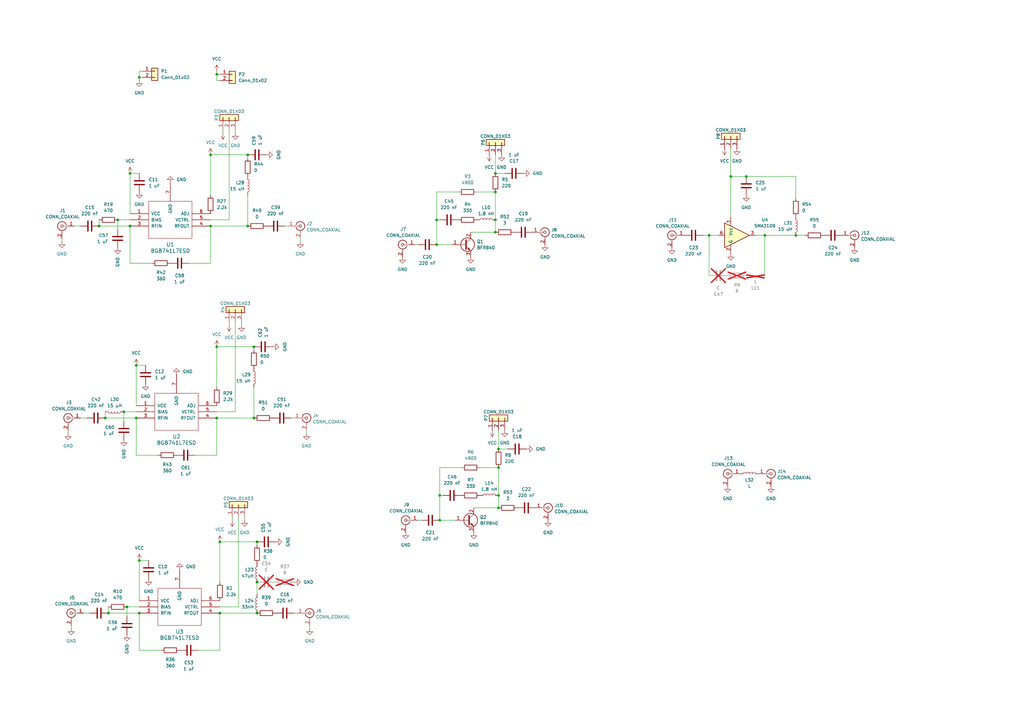
<source format=kicad_sch>
(kicad_sch (version 20250114) (generator "eeschema") (generator_version "9.0")
  (paper "A3")
  (lib_symbols
    (symbol "Connector:Conn_Coaxial" (pin_names (offset 1.016) (hide yes))
      (property "Reference" "J" (at 0.254 3.048 0))
      (property "Value" "Conn_Coaxial" (at 2.921 0 90))
      (symbol "Conn_Coaxial_0_1"
        (polyline (pts (xy -2.54 0) (xy -0.508 0)))
        (arc (start 1.778 0) (mid 0.222 -1.8079) (end -1.778 -0.508) (stroke (width 0.254)))
        (arc (start -1.778 0.508) (mid 0.2221 1.8084) (end 1.778 0) (stroke (width 0.254)))
        (circle (center 0 0) (radius 0.508) (stroke (width 0.2032)))
        (polyline (pts (xy 0 -2.54) (xy 0 -1.778)))
      )
      (symbol "Conn_Coaxial_1_1"
        (pin passive line (at -5.08 0 0) (length 2.54) (name "In") (number "1"))
        (pin passive line (at 0 -5.08 90) (length 2.54) (name "Ext") (number "2"))
      )
    )
    (symbol "Connector_Generic:Conn_01x02" (pin_names (offset 1.016) (hide yes))
      (property "Reference" "J" (at 0 2.54 0))
      (property "Value" "Conn_01x02" (at 0 -5.08 0))
      (symbol "Conn_01x02_1_1"
        (rectangle (start -1.27 1.27) (end 1.27 -3.81) (stroke (width 0.254)) (fill (type background)))
        (rectangle (start -1.27 0.127) (end 0 -0.127) (stroke (width 0.1524)))
        (rectangle (start -1.27 -2.413) (end 0 -2.667) (stroke (width 0.1524)))
        (pin passive line (at -5.08 0 0) (length 3.81) (name "Pin_1") (number "1"))
        (pin passive line (at -5.08 -2.54 0) (length 3.81) (name "Pin_2") (number "2"))
      )
    )
    (symbol "Connector_Generic:Conn_01x03" (pin_names (offset 1.016) (hide yes))
      (property "Reference" "J" (at 0 5.08 0))
      (property "Value" "Conn_01x03" (at 0 -5.08 0))
      (symbol "Conn_01x03_1_1"
        (rectangle (start -1.27 3.81) (end 1.27 -3.81) (stroke (width 0.254)) (fill (type background)))
        (rectangle (start -1.27 2.667) (end 0 2.413) (stroke (width 0.1524)))
        (rectangle (start -1.27 0.127) (end 0 -0.127) (stroke (width 0.1524)))
        (rectangle (start -1.27 -2.413) (end 0 -2.667) (stroke (width 0.1524)))
        (pin passive line (at -5.08 2.54 0) (length 3.81) (name "Pin_1") (number "1"))
        (pin passive line (at -5.08 0 0) (length 3.81) (name "Pin_2") (number "2"))
        (pin passive line (at -5.08 -2.54 0) (length 3.81) (name "Pin_3") (number "3"))
      )
    )
    (symbol "Device:C" (pin_numbers (hide yes)) (pin_names (offset 0.254))
      (property "Reference" "C" (at 0.635 2.54 0))
      (property "Value" "C" (at 0.635 -2.54 0))
      (symbol "C_0_1"
        (polyline (pts (xy -2.032 0.762) (xy 2.032 0.762)) (stroke (width 0.508)))
        (polyline (pts (xy -2.032 -0.762) (xy 2.032 -0.762)) (stroke (width 0.508)))
      )
      (symbol "C_1_1"
        (pin passive line (at 0 3.81 270) (length 2.794) (name "~") (number "1"))
        (pin passive line (at 0 -3.81 90) (length 2.794) (name "~") (number "2"))
      )
    )
    (symbol "Device:L" (pin_numbers (hide yes)) (pin_names (offset 1.016) (hide yes))
      (property "Reference" "L" (at -1.27 0 90))
      (property "Value" "L" (at 1.905 0 90))
      (symbol "L_0_1"
        (arc (start 0 2.54) (mid 0.6323 1.905) (end 0 1.27))
        (arc (start 0 1.27) (mid 0.6323 0.635) (end 0 0))
        (arc (start 0 0) (mid 0.6323 -0.635) (end 0 -1.27))
        (arc (start 0 -1.27) (mid 0.6323 -1.905) (end 0 -2.54))
      )
      (symbol "L_1_1"
        (pin passive line (at 0 3.81 270) (length 1.27) (name "1") (number "1"))
        (pin passive line (at 0 -3.81 90) (length 1.27) (name "2") (number "2"))
      )
    )
    (symbol "Device:R" (pin_numbers (hide yes)) (pin_names (offset 0))
      (property "Reference" "R" (at 2.032 0 90))
      (property "Value" "R" (at 0 0 90))
      (symbol "R_0_1"
        (rectangle (start -1.016 -2.54) (end 1.016 2.54) (stroke (width 0.254)))
      )
      (symbol "R_1_1"
        (pin passive line (at 0 3.81 270) (length 1.27) (name "~") (number "1"))
        (pin passive line (at 0 -3.81 90) (length 1.27) (name "~") (number "2"))
      )
    )
    (symbol "RF_Amplifier:BGA2866"
      (property "Reference" "U" (at 2.54 6.35 0))
      (property "Value" "BGA2866" (at 3.81 3.81 0))
      (symbol "BGA2866_0_1"
        (polyline (pts (xy 5.08 0) (xy -5.08 5.08) (xy -5.08 -5.08) (xy 5.08 0)) (stroke (width 0.254)) (fill (type background)))
      )
      (symbol "BGA2866_1_1"
        (pin input line (at -7.62 0 0) (length 2.54) (name "~") (number "6"))
        (pin power_in line (at -2.54 7.62 270) (length 3.81) (name "Vcc") (number "1"))
        (pin power_in line (at -2.54 -7.62 90) (length 3.81) (name "G") (number "2"))
        (pin passive line (at -2.54 -7.62 90) (length 3.81) (hide yes) (name "G") (number "4"))
        (pin passive line (at -2.54 -7.62 90) (length 3.81) (hide yes) (name "G") (number "5"))
        (pin output line (at 7.62 0 180) (length 2.54) (name "~") (number "3"))
      )
    )
    (symbol "Transistor_BJT:Q_NPN_BCE" (pin_names (offset 0) (hide yes))
      (property "Reference" "Q" (at 5.08 1.27 0))
      (property "Value" "Q_NPN_BCE" (at 5.08 -1.27 0))
      (symbol "Q_NPN_BCE_0_1"
        (polyline (pts (xy -2.54 0) (xy 0.635 0)))
        (polyline (pts (xy 0.635 1.905) (xy 0.635 -1.905)) (stroke (width 0.508)))
        (circle (center 1.27 0) (radius 2.8194) (stroke (width 0.254)))
      )
      (symbol "Q_NPN_BCE_1_1"
        (polyline (pts (xy 0.635 0.635) (xy 2.54 2.54)))
        (polyline (pts (xy 0.635 -0.635) (xy 2.54 -2.54)))
        (polyline (pts (xy 1.27 -1.778) (xy 1.778 -1.27) (xy 2.286 -2.286) (xy 1.27 -1.778)) (fill (type outline)))
        (pin input line (at -5.08 0 0) (length 2.54) (name "B") (number "1"))
        (pin passive line (at 2.54 5.08 270) (length 2.54) (name "C") (number "2"))
        (pin passive line (at 2.54 -5.08 90) (length 2.54) (name "E") (number "3"))
      )
    )
    (symbol "gsg-symbols:BGB741L7ESD" (pin_names (offset 1.016))
      (property "Reference" "U" (at 0 -2.54 90))
      (property "Value" "BGB741L7ESD" (at 0 -6.35 0))
      (symbol "BGB741L7ESD_0_1"
        (rectangle (start -8.89 7.62) (end 8.89 -7.62))
      )
      (symbol "BGB741L7ESD_1_1"
        (pin power_in line (at -16.51 2.54 0) (length 7.62) (name "VCC") (number "1"))
        (pin output line (at -16.51 0 0) (length 7.62) (name "BIAS") (number "2"))
        (pin input line (at -16.51 -2.54 0) (length 7.62) (name "RFIN") (number "3"))
        (pin power_in line (at 0 15.24 270) (length 7.62) (name "GND") (number "7"))
        (pin input line (at 16.51 2.54 180) (length 7.62) (name "ADJ") (number "6"))
        (pin input line (at 16.51 0 180) (length 7.62) (name "VCTRL") (number "5"))
        (pin output line (at 16.51 -2.54 180) (length 7.62) (name "RFOUT") (number "4"))
      )
    )
    (symbol "power:GND" (power) (pin_numbers (hide yes)) (pin_names (offset 0) (hide yes))
      (property "Value" "GND" (at 0 -3.81 0))
      (symbol "GND_0_1"
        (polyline (pts (xy 0 0) (xy 0 -1.27) (xy 1.27 -1.27) (xy 0 -2.54) (xy -1.27 -1.27) (xy 0 -1.27)))
      )
      (symbol "GND_1_1"
        (pin power_in line (at 0 0 270) (length 0) (name "~") (number "1"))
      )
    )
    (symbol "power:VCC" (power) (pin_numbers (hide yes)) (pin_names (offset 0) (hide yes))
      (property "Value" "VCC" (at 0 3.556 0))
      (symbol "VCC_0_1"
        (polyline (pts (xy -0.762 1.27) (xy 0 2.54)))
        (polyline (pts (xy 0 2.54) (xy 0.762 1.27)))
        (polyline (pts (xy 0 0) (xy 0 2.54)))
      )
      (symbol "VCC_1_1"
        (pin power_in line (at 0 0 90) (length 0) (name "~") (number "1"))
      )
    )
  )
  (junction (at 203.2 95.25))
  (junction (at 50.8 168.91))
  (junction (at 180.34 203.2))
  (junction (at 52.07 248.92))
  (junction (at 43.18 171.45))
  (junction (at 105.41 251.46))
  (junction (at 180.34 213.36))
  (junction (at 105.41 222.25))
  (junction (at 53.34 71.12))
  (junction (at 306.07 72.39))
  (junction (at 88.9 30.48))
  (junction (at 104.14 142.24))
  (junction (at 86.36 92.71))
  (junction (at 313.69 96.52))
  (junction (at 88.9 142.24))
  (junction (at 57.15 251.46))
  (junction (at 290.83 96.52))
  (junction (at 179.07 90.17))
  (junction (at 57.15 229.87))
  (junction (at 53.34 92.71))
  (junction (at 40.64 92.71))
  (junction (at 299.72 72.39))
  (junction (at 204.47 191.77))
  (junction (at 57.15 31.75))
  (junction (at 204.47 203.2))
  (junction (at 101.6 63.5))
  (junction (at 203.2 90.17))
  (junction (at 90.17 251.46))
  (junction (at 44.45 251.46))
  (junction (at 90.17 222.25))
  (junction (at 326.39 96.52))
  (junction (at 55.88 171.45))
  (junction (at 55.88 149.86))
  (junction (at 88.9 171.45))
  (junction (at 105.41 238.76))
  (junction (at 86.36 63.5))
  (junction (at 203.2 71.12))
  (junction (at 204.47 208.28))
  (junction (at 101.6 92.71))
  (junction (at 48.26 90.17))
  (junction (at 179.07 100.33))
  (junction (at 204.47 184.15))
  (junction (at 104.14 171.45))
  (junction (at 203.2 78.74))
  (wire (pts (xy 90.17 222.25) (xy 105.41 222.25)))
  (wire (pts (xy 179.07 90.17) (xy 179.07 100.33)))
  (wire (pts (xy 25.4 99.06) (xy 25.4 97.79)))
  (wire (pts (xy 306.07 72.39) (xy 326.39 72.39)))
  (wire (pts (xy 88.9 171.45) (xy 88.9 186.69)))
  (wire (pts (xy 86.36 63.5) (xy 101.6 63.5)))
  (wire (pts (xy 59.69 149.86) (xy 55.88 149.86)))
  (wire (pts (xy 43.18 171.45) (xy 55.88 171.45)))
  (wire (pts (xy 55.88 171.45) (xy 55.88 186.69)))
  (wire (pts (xy 57.15 33.02) (xy 57.15 31.75)))
  (wire (pts (xy 40.64 90.17) (xy 40.64 92.71)))
  (wire (pts (xy 313.69 96.52) (xy 326.39 96.52)))
  (wire (pts (xy 299.72 72.39) (xy 299.72 88.9)))
  (wire (pts (xy 196.85 191.77) (xy 204.47 191.77)))
  (wire (pts (xy 180.34 203.2) (xy 181.61 203.2)))
  (wire (pts (xy 55.88 149.86) (xy 55.88 166.37)))
  (wire (pts (xy 44.45 251.46) (xy 57.15 251.46)))
  (wire (pts (xy 204.47 176.53) (xy 204.47 184.15)))
  (wire (pts (xy 90.17 251.46) (xy 105.41 251.46)))
  (wire (pts (xy 88.9 30.48) (xy 88.9 33.02)))
  (wire (pts (xy 90.17 222.25) (xy 90.17 238.76)))
  (wire (pts (xy 97.79 212.09) (xy 97.79 248.92)))
  (wire (pts (xy 90.17 248.92) (xy 97.79 248.92)))
  (wire (pts (xy 203.2 78.74) (xy 203.2 90.17)))
  (wire (pts (xy 57.15 71.12) (xy 53.34 71.12)))
  (wire (pts (xy 53.34 107.95) (xy 62.23 107.95)))
  (wire (pts (xy 290.83 96.52) (xy 288.29 96.52)))
  (wire (pts (xy 326.39 72.39) (xy 326.39 81.28)))
  (wire (pts (xy 105.41 222.25) (xy 105.41 223.52)))
  (wire (pts (xy 179.07 100.33) (xy 185.42 100.33)))
  (wire (pts (xy 204.47 191.77) (xy 204.47 203.2)))
  (wire (pts (xy 101.6 80.01) (xy 101.6 92.71)))
  (wire (pts (xy 57.15 229.87) (xy 57.15 246.38)))
  (wire (pts (xy 40.64 92.71) (xy 53.34 92.71)))
  (wire (pts (xy 127 256.54) (xy 127 257.81)))
  (wire (pts (xy 88.9 30.48) (xy 90.17 30.48)))
  (wire (pts (xy 299.72 60.96) (xy 299.72 72.39)))
  (wire (pts (xy 100.33 212.09) (xy 100.33 213.36)))
  (wire (pts (xy 104.14 142.24) (xy 104.14 143.51)))
  (wire (pts (xy 96.52 132.08) (xy 96.52 168.91)))
  (wire (pts (xy 57.15 31.75) (xy 57.15 29.21)))
  (wire (pts (xy 189.23 191.77) (xy 180.34 191.77)))
  (wire (pts (xy 53.34 92.71) (xy 53.34 107.95)))
  (wire (pts (xy 290.83 96.52) (xy 294.64 96.52)))
  (wire (pts (xy 57.15 29.21) (xy 58.42 29.21)))
  (wire (pts (xy 57.15 251.46) (xy 57.15 266.7)))
  (wire (pts (xy 170.18 100.33) (xy 171.45 100.33)))
  (wire (pts (xy 96.52 53.34) (xy 96.52 54.61)))
  (wire (pts (xy 326.39 96.52) (xy 330.2 96.52)))
  (wire (pts (xy 203.2 71.12) (xy 207.01 71.12)))
  (wire (pts (xy 101.6 63.5) (xy 101.6 64.77)))
  (wire (pts (xy 116.84 92.71) (xy 118.11 92.71)))
  (wire (pts (xy 91.44 53.34) (xy 91.44 54.61)))
  (wire (pts (xy 52.07 248.92) (xy 52.07 252.73)))
  (wire (pts (xy 105.41 238.76) (xy 105.41 243.84)))
  (wire (pts (xy 171.45 213.36) (xy 172.72 213.36)))
  (wire (pts (xy 187.96 78.74) (xy 179.07 78.74)))
  (wire (pts (xy 203.2 90.17) (xy 203.2 95.25)))
  (wire (pts (xy 193.04 95.25) (xy 203.2 95.25)))
  (wire (pts (xy 120.65 251.46) (xy 121.92 251.46)))
  (wire (pts (xy 290.83 96.52) (xy 290.83 113.03)))
  (wire (pts (xy 180.34 191.77) (xy 180.34 203.2)))
  (wire (pts (xy 48.26 90.17) (xy 48.26 93.98)))
  (wire (pts (xy 57.15 266.7) (xy 66.04 266.7)))
  (wire (pts (xy 88.9 142.24) (xy 104.14 142.24)))
  (wire (pts (xy 30.48 92.71) (xy 33.02 92.71)))
  (wire (pts (xy 52.07 248.92) (xy 57.15 248.92)))
  (wire (pts (xy 43.18 168.91) (xy 43.18 171.45)))
  (wire (pts (xy 27.94 177.8) (xy 27.94 176.53)))
  (wire (pts (xy 57.15 31.75) (xy 58.42 31.75)))
  (wire (pts (xy 125.73 176.53) (xy 125.73 177.8)))
  (wire (pts (xy 60.96 229.87) (xy 57.15 229.87)))
  (wire (pts (xy 93.98 132.08) (xy 93.98 133.35)))
  (wire (pts (xy 93.98 53.34) (xy 93.98 90.17)))
  (wire (pts (xy 95.25 212.09) (xy 95.25 213.36)))
  (wire (pts (xy 203.2 63.5) (xy 203.2 71.12)))
  (wire (pts (xy 180.34 203.2) (xy 180.34 213.36)))
  (wire (pts (xy 180.34 213.36) (xy 186.69 213.36)))
  (wire (pts (xy 55.88 186.69) (xy 64.77 186.69)))
  (wire (pts (xy 119.38 171.45) (xy 120.65 171.45)))
  (wire (pts (xy 88.9 186.69) (xy 80.01 186.69)))
  (wire (pts (xy 88.9 171.45) (xy 104.14 171.45)))
  (wire (pts (xy 309.88 96.52) (xy 313.69 96.52)))
  (wire (pts (xy 86.36 92.71) (xy 86.36 107.95)))
  (wire (pts (xy 204.47 184.15) (xy 208.28 184.15)))
  (wire (pts (xy 88.9 29.21) (xy 88.9 30.48)))
  (wire (pts (xy 50.8 168.91) (xy 55.88 168.91)))
  (wire (pts (xy 50.8 168.91) (xy 50.8 172.72)))
  (wire (pts (xy 88.9 33.02) (xy 90.17 33.02)))
  (wire (pts (xy 123.19 97.79) (xy 123.19 99.06)))
  (wire (pts (xy 86.36 63.5) (xy 86.36 80.01)))
  (wire (pts (xy 48.26 90.17) (xy 53.34 90.17)))
  (wire (pts (xy 179.07 90.17) (xy 180.34 90.17)))
  (wire (pts (xy 44.45 248.92) (xy 44.45 251.46)))
  (wire (pts (xy 179.07 78.74) (xy 179.07 90.17)))
  (wire (pts (xy 88.9 142.24) (xy 88.9 158.75)))
  (wire (pts (xy 29.21 257.81) (xy 29.21 256.54)))
  (wire (pts (xy 99.06 132.08) (xy 99.06 133.35)))
  (wire (pts (xy 34.29 251.46) (xy 36.83 251.46)))
  (wire (pts (xy 53.34 71.12) (xy 53.34 87.63)))
  (wire (pts (xy 88.9 168.91) (xy 96.52 168.91)))
  (wire (pts (xy 313.69 96.52) (xy 313.69 113.03)))
  (wire (pts (xy 86.36 92.71) (xy 101.6 92.71)))
  (wire (pts (xy 33.02 171.45) (xy 35.56 171.45)))
  (wire (pts (xy 204.47 203.2) (xy 204.47 208.28)))
  (wire (pts (xy 90.17 251.46) (xy 90.17 266.7)))
  (wire (pts (xy 86.36 107.95) (xy 77.47 107.95)))
  (wire (pts (xy 195.58 78.74) (xy 203.2 78.74)))
  (wire (pts (xy 86.36 90.17) (xy 93.98 90.17)))
  (wire (pts (xy 90.17 266.7) (xy 81.28 266.7)))
  (wire (pts (xy 194.31 208.28) (xy 204.47 208.28)))
  (wire (pts (xy 104.14 158.75) (xy 104.14 171.45)))
  (wire (pts (xy 299.72 72.39) (xy 306.07 72.39)))
  (symbol (lib_id "Connector:Conn_Coaxial") (at 123.19 92.71 0) (unit 1)
    (property "Reference" "J2" (at 125.73 91.7331 0) (effects (justify left)))
    (property "Value" "CONN_COAXIAL" (at 125.73 94.2731 0) (effects (justify left)))
    (property "Footprint" "sma-variants:SMA-EDGE-1.3mm-pad-1.05mm-gap-2.6mm-keepout" (effects (hide yes)))
  )
  (symbol (lib_id "Connector:Conn_Coaxial") (at 25.4 92.71 0) (mirror y) (unit 1)
    (property "Reference" "J1" (at 25.7174 86.36 0))
    (property "Value" "CONN_COAXIAL" (at 25.7174 88.9 0))
    (property "Footprint" "sma-variants:SMA-EDGE-1.3mm-pad-1.05mm-gap-2.6mm-keepout" (effects (hide yes)))
  )
  (symbol (lib_id "Connector_Generic:Conn_01x02") (at 63.5 29.21 0) (unit 1)
    (property "Reference" "P1" (at 66.04 29.2099 0) (effects (justify left)))
    (property "Value" "Conn_01x02" (at 66.04 31.7499 0) (effects (justify left)))
    (property "Footprint" "Connector_PinHeader_2.54mm:PinHeader_1x02_P2.54mm_Vertical" (effects (hide yes)))
  )
  (symbol (lib_id "Connector_Generic:Conn_01x02") (at 95.25 30.48 0) (unit 1)
    (property "Reference" "P2" (at 97.79 30.4799 0) (effects (justify left)))
    (property "Value" "Conn_01x02" (at 97.79 33.0199 0) (effects (justify left)))
    (property "Footprint" "Connector_PinHeader_2.54mm:PinHeader_1x02_P2.54mm_Vertical" (effects (hide yes)))
  )
  (symbol (lib_id "power:GND") (at 302.26 60.96 0) (unit 1)
    (property "Reference" "#PWR055" (effects (hide yes)))
    (property "Value" "GND" (at 302.26 66.04 0))
    (property "Description" "Power symbol creates a global label with name \"GND\" , ground" (effects (hide yes)))
  )
  (symbol (lib_id "Device:C") (at 116.84 251.46 270) (unit 1)
    (property "Reference" "C16" (at 116.84 243.84 90))
    (property "Value" "220 nF" (at 116.84 246.38 90))
    (property "Footprint" "Capacitor_SMD:C_0201_0603Metric" (effects (hide yes)))
  )
  (symbol (lib_id "Device:C") (at 294.64 113.03 270) (unit 1) (dnp yes)
    (property "Reference" "C47" (at 294.64 120.65 90))
    (property "Value" "C" (at 294.64 118.11 90))
    (property "Footprint" "Capacitor_SMD:C_0201_0603Metric" (effects (hide yes)))
  )
  (symbol (lib_id "Device:C") (at 284.48 96.52 270) (unit 1)
    (property "Reference" "C23" (at 284.48 101.6 90))
    (property "Value" "220 nF" (at 284.48 104.14 90))
    (property "Footprint" "Capacitor_SMD:C_0201_0603Metric" (effects (hide yes)))
  )
  (symbol (lib_id "power:VCC") (at 88.9 29.21 0) (unit 1)
    (property "Reference" "#PWR011" (effects (hide yes)))
    (property "Value" "VCC" (at 88.9 24.13 0))
    (property "Description" "Power symbol creates a global label with name \"VCC\"" (effects (hide yes)))
  )
  (symbol (lib_id "Device:R") (at 203.2 74.93 180) (unit 1)
    (property "Reference" "R5" (at 205.74 73.6599 0) (effects (justify right)))
    (property "Value" "220" (at 205.74 76.1999 0) (effects (justify right)))
    (property "Footprint" "Resistor_SMD:R_0201_0603Metric" (effects (hide yes)))
    (property "Description" "Resistor" (effects (hide yes)))
  )
  (symbol (lib_id "Device:L") (at 199.39 90.17 90) (unit 1)
    (property "Reference" "L10" (at 199.39 85.09 90))
    (property "Value" "1.8 nH" (at 199.39 87.63 90))
    (property "Footprint" "Inductor_SMD:L_0201_0603Metric" (effects (hide yes)))
  )
  (symbol (lib_id "Device:R") (at 207.01 95.25 270) (unit 1)
    (property "Reference" "R52" (at 207.01 88.9 90))
    (property "Value" "3" (at 207.01 91.44 90))
    (property "Footprint" "Resistor_SMD:R_0201_0603Metric" (effects (hide yes)))
    (property "Description" "Resistor" (effects (hide yes)))
  )
  (symbol (lib_id "Connector_Generic:Conn_01x03") (at 97.79 207.01 90) (unit 1)
    (property "Reference" "P5" (at 92.71 207.01 0))
    (property "Value" "CONN_01X03" (at 97.79 204.47 90))
    (property "Footprint" "Connector_PinHeader_2.54mm:PinHeader_1x03_P2.54mm_Vertical" (effects (hide yes)))
  )
  (symbol (lib_id "gsg-symbols:BGB741L7ESD") (at 72.39 168.91 0) (unit 1)
    (property "Reference" "U2" (at 72.39 179.07 0) (effects (font (size 1.524 1.524))))
    (property "Value" "BGB741L7ESD" (at 72.39 181.61 0) (effects (font (size 1.524 1.524))))
    (property "Footprint" "rf-amps:TSLP-7-1" (effects (hide yes)))
  )
  (symbol (lib_id "power:GND") (at 316.23 199.39 0) (unit 1)
    (property "Reference" "#PWR073" (effects (hide yes)))
    (property "Value" "GND" (at 316.23 204.47 0))
    (property "Description" "Power symbol creates a global label with name \"GND\" , ground" (effects (hide yes)))
  )
  (symbol (lib_id "Device:C") (at 50.8 176.53 0) (unit 1)
    (property "Reference" "C60" (at 46.99 175.2599 0) (effects (justify right)))
    (property "Value" "1 uF" (at 46.99 177.7999 0) (effects (justify right)))
    (property "Footprint" "Capacitor_SMD:C_0201_0603Metric" (effects (hide yes)))
    (property "Description" "Unpolarized capacitor" (effects (hide yes)))
  )
  (symbol (lib_id "Connector:Conn_Coaxial") (at 166.37 213.36 0) (mirror y) (unit 1)
    (property "Reference" "J9" (at 166.6874 207.01 0))
    (property "Value" "CONN_COAXIAL" (at 166.6874 209.55 0))
    (property "Footprint" "sma-variants:SMA-EDGE-1.3mm-pad-1.05mm-gap-2.6mm-keepout" (effects (hide yes)))
  )
  (symbol (lib_id "power:VCC") (at 201.93 176.53 180) (unit 1)
    (property "Reference" "#PWR039" (effects (hide yes)))
    (property "Value" "VCC" (at 201.93 181.61 0))
    (property "Description" "Power symbol creates a global label with name \"VCC\"" (effects (hide yes)))
  )
  (symbol (lib_id "Device:C") (at 115.57 171.45 270) (unit 1)
    (property "Reference" "C51" (at 115.57 163.83 90))
    (property "Value" "220 nF" (at 115.57 166.37 90))
    (property "Footprint" "Capacitor_SMD:C_0201_0603Metric" (effects (hide yes)))
  )
  (symbol (lib_id "power:GND") (at 69.85 74.93 180) (unit 1)
    (property "Reference" "#PWR033" (effects (hide yes)))
    (property "Value" "GND" (at 72.39 73.6599 0) (effects (justify right)))
    (property "Description" "Power symbol creates a global label with name \"GND\" , ground" (effects (hide yes)))
  )
  (symbol (lib_id "Device:C") (at 214.63 95.25 270) (unit 1)
    (property "Reference" "C19" (at 214.63 87.63 90))
    (property "Value" "220 nF" (at 214.63 90.17 90))
    (property "Footprint" "Capacitor_SMD:C_0201_0603Metric" (effects (hide yes)))
  )
  (symbol (lib_id "Device:C") (at 39.37 171.45 270) (unit 1)
    (property "Reference" "C42" (at 39.37 163.83 90))
    (property "Value" "220 nF" (at 39.37 166.37 90))
    (property "Footprint" "Capacitor_SMD:C_0201_0603Metric" (effects (hide yes)))
  )
  (symbol (lib_id "Connector:Conn_Coaxial") (at 125.73 171.45 0) (unit 1)
    (property "Reference" "J4" (at 128.27 170.4731 0) (effects (justify left)))
    (property "Value" "CONN_COAXIAL" (at 128.27 173.0131 0) (effects (justify left)))
    (property "Footprint" "sma-variants:SMA-EDGE-1.3mm-pad-1.05mm-gap-2.6mm-keepout" (effects (hide yes)))
  )
  (symbol (lib_id "Device:L") (at 105.41 247.65 180) (unit 1)
    (property "Reference" "L24" (at 104.14 246.3799 0) (effects (justify left)))
    (property "Value" "33nH" (at 104.14 248.9199 0) (effects (justify left)))
    (property "Footprint" "Inductor_SMD:L_0201_0603Metric" (effects (hide yes)))
  )
  (symbol (lib_id "power:VCC") (at 86.36 63.5 0) (unit 1)
    (property "Reference" "#PWR027" (effects (hide yes)))
    (property "Value" "VCC" (at 86.36 58.42 0))
    (property "Description" "Power symbol creates a global label with name \"VCC\"" (effects (hide yes)))
  )
  (symbol (lib_id "Device:R") (at 90.17 242.57 0) (unit 1)
    (property "Reference" "R2" (at 92.71 241.2999 0) (effects (justify left)))
    (property "Value" "2.2k" (at 92.71 243.8399 0) (effects (justify left)))
    (property "Footprint" "Resistor_SMD:R_0201_0603Metric" (effects (hide yes)))
    (property "Description" "Resistor" (effects (hide yes)))
  )
  (symbol (lib_id "power:GND") (at 223.52 100.33 0) (unit 1)
    (property "Reference" "#PWR035" (effects (hide yes)))
    (property "Value" "GND" (at 223.52 105.41 0))
    (property "Description" "Power symbol creates a global label with name \"GND\" , ground" (effects (hide yes)))
  )
  (symbol (lib_id "power:GND") (at 99.06 133.35 0) (unit 1)
    (property "Reference" "#PWR092" (effects (hide yes)))
    (property "Value" "GND" (at 99.06 138.43 0))
    (property "Description" "Power symbol creates a global label with name \"GND\" , ground" (effects (hide yes)))
  )
  (symbol (lib_id "Device:R") (at 69.85 266.7 90) (unit 1)
    (property "Reference" "R36" (at 69.85 270.51 90))
    (property "Value" "360" (at 69.85 273.05 90))
    (property "Footprint" "Resistor_SMD:R_0201_0603Metric" (effects (hide yes)))
    (property "Description" "Resistor" (effects (hide yes)))
  )
  (symbol (lib_id "Device:L") (at 200.66 203.2 90) (unit 1)
    (property "Reference" "L14" (at 200.66 198.12 90))
    (property "Value" "1.8 nH" (at 200.66 200.66 90))
    (property "Footprint" "Inductor_SMD:L_0201_0603Metric" (effects (hide yes)))
  )
  (symbol (lib_id "Connector:Conn_Coaxial") (at 298.45 194.31 0) (mirror y) (unit 1)
    (property "Reference" "J13" (at 298.7674 187.96 0))
    (property "Value" "CONN_COAXIAL" (at 298.7674 190.5 0))
    (property "Footprint" "sma-variants:SMA-EDGE-1.3mm-pad-1.05mm-gap-2.6mm-keepout" (effects (hide yes)))
  )
  (symbol (lib_id "Device:C") (at 76.2 186.69 90) (unit 1)
    (property "Reference" "C61" (at 76.2 191.77 90))
    (property "Value" "1 uF" (at 76.2 194.31 90))
    (property "Footprint" "Capacitor_SMD:C_0201_0603Metric" (effects (hide yes)))
    (property "Description" "Unpolarized capacitor" (effects (hide yes)))
  )
  (symbol (lib_id "power:GND") (at 48.26 101.6 0) (unit 1)
    (property "Reference" "#PWR0110" (effects (hide yes)))
    (property "Value" "GND" (at 48.2601 105.41 90) (effects (justify right)))
    (property "Description" "Power symbol creates a global label with name \"GND\" , ground" (effects (hide yes)))
  )
  (symbol (lib_id "power:GND") (at 52.07 260.35 0) (unit 1)
    (property "Reference" "#PWR0109" (effects (hide yes)))
    (property "Value" "GND" (at 52.0701 264.16 90) (effects (justify right)))
    (property "Description" "Power symbol creates a global label with name \"GND\" , ground" (effects (hide yes)))
  )
  (symbol (lib_id "power:GND") (at 50.8 180.34 0) (unit 1)
    (property "Reference" "#PWR0111" (effects (hide yes)))
    (property "Value" "GND" (at 50.8001 184.15 90) (effects (justify right)))
    (property "Description" "Power symbol creates a global label with name \"GND\" , ground" (effects (hide yes)))
  )
  (symbol (lib_id "power:GND") (at 120.65 238.76 90) (unit 1)
    (property "Reference" "#PWR0108" (effects (hide yes)))
    (property "Value" "GND" (at 124.46 238.7599 90) (effects (justify right)))
    (property "Description" "Power symbol creates a global label with name \"GND\" , ground" (effects (hide yes)))
  )
  (symbol (lib_id "Device:C") (at 60.96 233.68 180) (unit 1)
    (property "Reference" "C10" (at 64.77 232.4099 0) (effects (justify right)))
    (property "Value" "1 uF" (at 64.77 234.9499 0) (effects (justify right)))
    (property "Footprint" "Capacitor_SMD:C_0201_0603Metric" (effects (hide yes)))
  )
  (symbol (lib_id "Device:L") (at 307.34 194.31 270) (mirror x) (unit 1)
    (property "Reference" "L32" (at 307.34 196.85 90))
    (property "Value" "L" (at 307.34 199.39 90))
    (property "Footprint" "Inductor_SMD:L_0805_2012Metric" (effects (hide yes)))
  )
  (symbol (lib_id "power:VCC") (at 200.66 63.5 180) (unit 1)
    (property "Reference" "#PWR025" (effects (hide yes)))
    (property "Value" "VCC" (at 200.66 68.58 0))
    (property "Description" "Power symbol creates a global label with name \"VCC\"" (effects (hide yes)))
  )
  (symbol (lib_id "Device:R") (at 66.04 107.95 90) (unit 1)
    (property "Reference" "R42" (at 66.04 111.76 90))
    (property "Value" "360" (at 66.04 114.3 90))
    (property "Footprint" "Resistor_SMD:R_0201_0603Metric" (effects (hide yes)))
    (property "Description" "Resistor" (effects (hide yes)))
  )
  (symbol (lib_id "power:GND") (at 306.07 80.01 0) (unit 1)
    (property "Reference" "#PWR049" (effects (hide yes)))
    (property "Value" "GND" (at 306.07 85.09 0))
    (property "Description" "Power symbol creates a global label with name \"GND\" , ground" (effects (hide yes)))
  )
  (symbol (lib_id "Connector_Generic:Conn_01x03") (at 203.2 58.42 90) (unit 1)
    (property "Reference" "P6" (at 198.12 58.42 0))
    (property "Value" "CONN_01X03" (at 203.2 55.88 90))
    (property "Footprint" "Connector_PinHeader_2.54mm:PinHeader_1x03_P2.54mm_Vertical" (effects (hide yes)))
  )
  (symbol (lib_id "Device:R") (at 193.04 203.2 90) (unit 1)
    (property "Reference" "R7" (at 193.04 196.85 90))
    (property "Value" "330" (at 193.04 199.39 90))
    (property "Footprint" "Resistor_SMD:R_0201_0603Metric" (effects (hide yes)))
    (property "Description" "Resistor" (effects (hide yes)))
  )
  (symbol (lib_id "Device:R") (at 302.26 113.03 90) (unit 1) (dnp yes)
    (property "Reference" "R9" (at 302.26 116.84 90))
    (property "Value" "R" (at 302.26 119.38 90))
    (property "Footprint" "Resistor_SMD:R_0201_0603Metric" (effects (hide yes)))
    (property "Description" "Resistor" (effects (hide yes)))
  )
  (symbol (lib_id "Device:C") (at 40.64 251.46 270) (unit 1)
    (property "Reference" "C14" (at 40.64 243.84 90))
    (property "Value" "220 nF" (at 40.64 246.38 90))
    (property "Footprint" "Capacitor_SMD:C_0201_0603Metric" (effects (hide yes)))
  )
  (symbol (lib_id "Transistor_BJT:Q_NPN_BCE") (at 191.77 213.36 0) (unit 1)
    (property "Reference" "Q2" (at 196.85 212.0899 0) (effects (justify left)))
    (property "Value" "BFR840" (at 196.85 214.6299 0) (effects (justify left)))
    (property "Footprint" "eval:TSLP-3-9" (effects (hide yes)))
    (property "Description" "NPN transistor, base/collector/emitter" (effects (hide yes)))
  )
  (symbol (lib_id "power:GND") (at 350.52 101.6 0) (unit 1)
    (property "Reference" "#PWR053" (effects (hide yes)))
    (property "Value" "GND" (at 350.52 106.68 0))
    (property "Description" "Power symbol creates a global label with name \"GND\" , ground" (effects (hide yes)))
  )
  (symbol (lib_id "Device:C") (at 212.09 184.15 90) (mirror x) (unit 1)
    (property "Reference" "C18" (at 212.09 179.07 90))
    (property "Value" "1 uF" (at 212.09 176.53 90))
    (property "Footprint" "Capacitor_SMD:C_0201_0603Metric" (effects (hide yes)))
  )
  (symbol (lib_id "Device:C") (at 48.26 97.79 0) (unit 1)
    (property "Reference" "C57" (at 44.45 96.5199 0) (effects (justify right)))
    (property "Value" "1 uF" (at 44.45 99.0599 0) (effects (justify right)))
    (property "Footprint" "Capacitor_SMD:C_0201_0603Metric" (effects (hide yes)))
    (property "Description" "Unpolarized capacitor" (effects (hide yes)))
  )
  (symbol (lib_id "Connector:Conn_Coaxial") (at 165.1 100.33 0) (mirror y) (unit 1)
    (property "Reference" "J7" (at 165.4174 93.98 0))
    (property "Value" "CONN_COAXIAL" (at 165.4174 96.52 0))
    (property "Footprint" "sma-variants:SMA-EDGE-1.3mm-pad-1.05mm-gap-2.6mm-keepout" (effects (hide yes)))
  )
  (symbol (lib_id "power:GND") (at 113.03 222.25 90) (unit 1)
    (property "Reference" "#PWR024" (effects (hide yes)))
    (property "Value" "GND" (at 118.11 222.25 0))
    (property "Description" "Power symbol creates a global label with name \"GND\" , ground" (effects (hide yes)))
  )
  (symbol (lib_id "Device:R") (at 208.28 208.28 270) (unit 1)
    (property "Reference" "R53" (at 208.28 201.93 90))
    (property "Value" "3" (at 208.28 204.47 90))
    (property "Footprint" "Resistor_SMD:R_0201_0603Metric" (effects (hide yes)))
    (property "Description" "Resistor" (effects (hide yes)))
  )
  (symbol (lib_id "power:GND") (at 298.45 199.39 0) (unit 1)
    (property "Reference" "#PWR061" (effects (hide yes)))
    (property "Value" "GND" (at 298.45 204.47 0))
    (property "Description" "Power symbol creates a global label with name \"GND\" , ground" (effects (hide yes)))
  )
  (symbol (lib_id "Device:C") (at 113.03 92.71 270) (unit 1)
    (property "Reference" "C39" (at 113.03 85.09 90))
    (property "Value" "220 nF" (at 113.03 87.63 90))
    (property "Footprint" "Capacitor_SMD:C_0201_0603Metric" (effects (hide yes)))
  )
  (symbol (lib_id "Connector:Conn_Coaxial") (at 29.21 251.46 0) (mirror y) (unit 1)
    (property "Reference" "J5" (at 29.5274 245.11 0))
    (property "Value" "CONN_COAXIAL" (at 29.5274 247.65 0))
    (property "Footprint" "sma-variants:SMA-EDGE-1.3mm-pad-1.05mm-gap-2.6mm-keepout" (effects (hide yes)))
  )
  (symbol (lib_id "Device:L") (at 101.6 76.2 0) (mirror x) (unit 1)
    (property "Reference" "L28" (at 100.33 74.9299 0) (effects (justify right)))
    (property "Value" "15 uH" (at 100.33 77.4699 0) (effects (justify right)))
    (property "Footprint" "Inductor_SMD:L_0603_1608Metric" (effects (hide yes)))
  )
  (symbol (lib_id "Device:R") (at 326.39 85.09 0) (unit 1)
    (property "Reference" "R54" (at 328.93 83.8199 0) (effects (justify left)))
    (property "Value" "0" (at 328.93 86.3599 0) (effects (justify left)))
    (property "Footprint" "Resistor_SMD:R_0201_0603Metric" (effects (hide yes)))
    (property "Description" "Resistor" (effects (hide yes)))
  )
  (symbol (lib_id "Connector:Conn_Coaxial") (at 27.94 171.45 0) (mirror y) (unit 1)
    (property "Reference" "J3" (at 28.2574 165.1 0))
    (property "Value" "CONN_COAXIAL" (at 28.2574 167.64 0))
    (property "Footprint" "sma-variants:SMA-EDGE-1.3mm-pad-1.05mm-gap-2.6mm-keepout" (effects (hide yes)))
  )
  (symbol (lib_id "Device:C") (at 175.26 100.33 270) (unit 1)
    (property "Reference" "C20" (at 175.26 105.41 90))
    (property "Value" "220 nF" (at 175.26 107.95 90))
    (property "Footprint" "Capacitor_SMD:C_0201_0603Metric" (effects (hide yes)))
  )
  (symbol (lib_id "Connector_Generic:Conn_01x03") (at 93.98 48.26 90) (unit 1)
    (property "Reference" "P3" (at 88.9 48.26 0))
    (property "Value" "CONN_01X03" (at 93.98 45.72 90))
    (property "Footprint" "Connector_PinHeader_2.54mm:PinHeader_1x03_P2.54mm_Vertical" (effects (hide yes)))
  )
  (symbol (lib_id "gsg-symbols:BGB741L7ESD") (at 69.85 90.17 0) (unit 1)
    (property "Reference" "U1" (at 69.85 100.33 0) (effects (font (size 1.524 1.524))))
    (property "Value" "BGB741L7ESD" (at 69.85 102.87 0) (effects (font (size 1.524 1.524))))
    (property "Footprint" "rf-amps:TSLP-7-1" (effects (hide yes)))
  )
  (symbol (lib_id "Device:C") (at 36.83 92.71 270) (unit 1)
    (property "Reference" "C15" (at 36.83 85.09 90))
    (property "Value" "220 nF" (at 36.83 87.63 90))
    (property "Footprint" "Capacitor_SMD:C_0201_0603Metric" (effects (hide yes)))
  )
  (symbol (lib_id "power:GND") (at 72.39 153.67 180) (unit 1)
    (property "Reference" "#PWR037" (effects (hide yes)))
    (property "Value" "GND" (at 74.93 152.3999 0) (effects (justify right)))
    (property "Description" "Power symbol creates a global label with name \"GND\" , ground" (effects (hide yes)))
  )
  (symbol (lib_id "Transistor_BJT:Q_NPN_BCE") (at 190.5 100.33 0) (unit 1)
    (property "Reference" "Q1" (at 195.58 99.0599 0) (effects (justify left)))
    (property "Value" "BFR840" (at 195.58 101.5999 0) (effects (justify left)))
    (property "Footprint" "eval:TSLP-3-9" (effects (hide yes)))
    (property "Description" "NPN transistor, base/collector/emitter" (effects (hide yes)))
  )
  (symbol (lib_id "Device:C") (at 176.53 213.36 270) (unit 1)
    (property "Reference" "C21" (at 176.53 218.44 90))
    (property "Value" "220 nF" (at 176.53 220.98 90))
    (property "Footprint" "Capacitor_SMD:C_0201_0603Metric" (effects (hide yes)))
  )
  (symbol (lib_id "Device:R") (at 204.47 187.96 180) (unit 1)
    (property "Reference" "R8" (at 207.01 186.6899 0) (effects (justify right)))
    (property "Value" "220" (at 207.01 189.2299 0) (effects (justify right)))
    (property "Footprint" "Resistor_SMD:R_0201_0603Metric" (effects (hide yes)))
    (property "Description" "Resistor" (effects (hide yes)))
  )
  (symbol (lib_id "power:GND") (at 29.21 257.81 0) (unit 1)
    (property "Reference" "#PWR028" (effects (hide yes)))
    (property "Value" "GND" (at 29.21 262.89 0))
    (property "Description" "Power symbol creates a global label with name \"GND\" , ground" (effects (hide yes)))
  )
  (symbol (lib_id "power:GND") (at 166.37 218.44 0) (unit 1)
    (property "Reference" "#PWR044" (effects (hide yes)))
    (property "Value" "GND" (at 166.37 223.52 0))
    (property "Description" "Power symbol creates a global label with name \"GND\" , ground" (effects (hide yes)))
  )
  (symbol (lib_id "Connector:Conn_Coaxial") (at 316.23 194.31 0) (unit 1)
    (property "Reference" "J14" (at 318.77 193.3331 0) (effects (justify left)))
    (property "Value" "CONN_COAXIAL" (at 318.77 195.8731 0) (effects (justify left)))
    (property "Footprint" "sma-variants:SMA-EDGE-1.3mm-pad-1.05mm-gap-2.6mm-keepout" (effects (hide yes)))
  )
  (symbol (lib_id "power:GND") (at 193.04 105.41 0) (unit 1)
    (property "Reference" "#PWR045" (effects (hide yes)))
    (property "Value" "GND" (at 193.04 110.49 0))
    (property "Description" "Power symbol creates a global label with name \"GND\" , ground" (effects (hide yes)))
  )
  (symbol (lib_id "Device:C") (at 52.07 256.54 0) (unit 1)
    (property "Reference" "C56" (at 48.26 255.2699 0) (effects (justify right)))
    (property "Value" "1 uF" (at 48.26 257.8099 0) (effects (justify right)))
    (property "Footprint" "Capacitor_SMD:C_0201_0603Metric" (effects (hide yes)))
    (property "Description" "Unpolarized capacitor" (effects (hide yes)))
  )
  (symbol (lib_id "power:GND") (at 165.1 105.41 0) (unit 1)
    (property "Reference" "#PWR030" (effects (hide yes)))
    (property "Value" "GND" (at 165.1 110.49 0))
    (property "Description" "Power symbol creates a global label with name \"GND\" , ground" (effects (hide yes)))
  )
  (symbol (lib_id "power:GND") (at 214.63 71.12 90) (unit 1)
    (property "Reference" "#PWR047" (effects (hide yes)))
    (property "Value" "GND" (at 218.44 71.1201 90) (effects (justify right)))
    (property "Description" "Power symbol creates a global label with name \"GND\" , ground" (effects (hide yes)))
  )
  (symbol (lib_id "Device:R") (at 107.95 171.45 270) (unit 1)
    (property "Reference" "R51" (at 107.95 165.1 90))
    (property "Value" "0" (at 107.95 167.64 90))
    (property "Footprint" "Resistor_SMD:R_0201_0603Metric" (effects (hide yes)))
    (property "Description" "Resistor" (effects (hide yes)))
  )
  (symbol (lib_id "Connector:Conn_Coaxial") (at 275.59 96.52 0) (mirror y) (unit 1)
    (property "Reference" "J11" (at 275.9074 90.17 0))
    (property "Value" "CONN_COAXIAL" (at 275.9074 92.71 0))
    (property "Footprint" "sma-variants:SMA-EDGE-1.3mm-pad-1.05mm-gap-2.6mm-keepout" (effects (hide yes)))
  )
  (symbol (lib_id "Device:R") (at 191.77 78.74 90) (unit 1)
    (property "Reference" "R3" (at 191.77 72.39 90))
    (property "Value" "4900" (at 191.77 74.93 90))
    (property "Footprint" "Resistor_SMD:R_0201_0603Metric" (effects (hide yes)))
    (property "Description" "Resistor" (effects (hide yes)))
  )
  (symbol (lib_id "power:GND") (at 224.79 213.36 0) (unit 1)
    (property "Reference" "#PWR038" (effects (hide yes)))
    (property "Value" "GND" (at 224.79 218.44 0))
    (property "Description" "Power symbol creates a global label with name \"GND\" , ground" (effects (hide yes)))
  )
  (symbol (lib_id "Device:C") (at 77.47 266.7 90) (unit 1)
    (property "Reference" "C53" (at 77.47 271.78 90))
    (property "Value" "1 uF" (at 77.47 274.32 90))
    (property "Footprint" "Capacitor_SMD:C_0201_0603Metric" (effects (hide yes)))
    (property "Description" "Unpolarized capacitor" (effects (hide yes)))
  )
  (symbol (lib_id "Connector:Conn_Coaxial") (at 127 251.46 0) (unit 1)
    (property "Reference" "J6" (at 129.54 250.4831 0) (effects (justify left)))
    (property "Value" "CONN_COAXIAL" (at 129.54 253.0231 0) (effects (justify left)))
    (property "Footprint" "sma-variants:SMA-EDGE-1.3mm-pad-1.05mm-gap-2.6mm-keepout" (effects (hide yes)))
  )
  (symbol (lib_id "power:VCC") (at 91.44 54.61 180) (unit 1)
    (property "Reference" "#PWR089" (effects (hide yes)))
    (property "Value" "VCC" (at 91.44 59.69 0))
    (property "Description" "Power symbol creates a global label with name \"VCC\"" (effects (hide yes)))
  )
  (symbol (lib_id "Device:R") (at 105.41 227.33 180) (unit 1)
    (property "Reference" "R38" (at 107.95 226.0599 0) (effects (justify right)))
    (property "Value" "0" (at 107.95 228.5999 0) (effects (justify right)))
    (property "Footprint" "Resistor_SMD:R_0201_0603Metric" (effects (hide yes)))
    (property "Description" "Resistor" (effects (hide yes)))
  )
  (symbol (lib_id "power:GND") (at 25.4 99.06 0) (unit 1)
    (property "Reference" "#PWR03" (effects (hide yes)))
    (property "Value" "GND" (at 25.4 104.14 0))
    (property "Description" "Power symbol creates a global label with name \"GND\" , ground" (effects (hide yes)))
  )
  (symbol (lib_id "Device:C") (at 215.9 208.28 270) (unit 1)
    (property "Reference" "C22" (at 215.9 200.66 90))
    (property "Value" "220 nF" (at 215.9 203.2 90))
    (property "Footprint" "Capacitor_SMD:C_0201_0603Metric" (effects (hide yes)))
  )
  (symbol (lib_id "Device:C") (at 109.22 238.76 90) (unit 1) (dnp yes)
    (property "Reference" "C54" (at 109.22 231.14 90))
    (property "Value" "C" (at 109.22 233.68 90))
    (property "Footprint" "Capacitor_SMD:C_0201_0603Metric" (effects (hide yes)))
    (property "Description" "Unpolarized capacitor" (effects (hide yes)))
  )
  (symbol (lib_id "Device:C") (at 105.41 63.5 270) (unit 1)
    (property "Reference" "C59" (at 104.1399 59.69 0) (effects (justify right)))
    (property "Value" "1 uF" (at 106.6799 59.69 0) (effects (justify right)))
    (property "Footprint" "Capacitor_SMD:C_0201_0603Metric" (effects (hide yes)))
  )
  (symbol (lib_id "power:GND") (at 27.94 177.8 0) (unit 1)
    (property "Reference" "#PWR015" (effects (hide yes)))
    (property "Value" "GND" (at 27.94 182.88 0))
    (property "Description" "Power symbol creates a global label with name \"GND\" , ground" (effects (hide yes)))
  )
  (symbol (lib_id "power:VCC") (at 57.15 229.87 0) (unit 1)
    (property "Reference" "#PWR017" (effects (hide yes)))
    (property "Value" "VCC" (at 57.15 224.79 0))
    (property "Description" "Power symbol creates a global label with name \"VCC\"" (effects (hide yes)))
  )
  (symbol (lib_id "power:VCC") (at 93.98 133.35 180) (unit 1)
    (property "Reference" "#PWR091" (effects (hide yes)))
    (property "Value" "VCC" (at 93.98 138.43 0))
    (property "Description" "Power symbol creates a global label with name \"VCC\"" (effects (hide yes)))
  )
  (symbol (lib_id "Device:C") (at 306.07 76.2 0) (mirror y) (unit 1)
    (property "Reference" "C25" (at 309.88 74.9299 0) (effects (justify right)))
    (property "Value" "1 uF" (at 309.88 77.4699 0) (effects (justify right)))
    (property "Footprint" "Capacitor_SMD:C_0201_0603Metric" (effects (hide yes)))
  )
  (symbol (lib_id "Device:C") (at 59.69 153.67 180) (unit 1)
    (property "Reference" "C12" (at 63.5 152.3999 0) (effects (justify right)))
    (property "Value" "1 uF" (at 63.5 154.9399 0) (effects (justify right)))
    (property "Footprint" "Capacitor_SMD:C_0201_0603Metric" (effects (hide yes)))
  )
  (symbol (lib_id "power:GND") (at 299.72 104.14 0) (unit 1)
    (property "Reference" "#PWR056" (effects (hide yes)))
    (property "Value" "GND" (at 299.72 109.22 0))
    (property "Description" "Power symbol creates a global label with name \"GND\" , ground" (effects (hide yes)))
  )
  (symbol (lib_id "Device:R") (at 116.84 238.76 90) (unit 1) (dnp yes)
    (property "Reference" "R37" (at 116.84 232.41 90))
    (property "Value" "R" (at 116.84 234.95 90))
    (property "Footprint" "Resistor_SMD:R_0201_0603Metric" (effects (hide yes)))
    (property "Description" "Resistor" (effects (hide yes)))
  )
  (symbol (lib_id "gsg-symbols:BGB741L7ESD") (at 73.66 248.92 0) (unit 1)
    (property "Reference" "U3" (at 73.66 259.08 0) (effects (font (size 1.524 1.524))))
    (property "Value" "BGB741L7ESD" (at 73.66 261.62 0) (effects (font (size 1.524 1.524))))
    (property "Footprint" "rf-amps:TSLP-7-1" (effects (hide yes)))
  )
  (symbol (lib_id "Device:C") (at 210.82 71.12 90) (mirror x) (unit 1)
    (property "Reference" "C17" (at 210.82 66.04 90))
    (property "Value" "1 uF" (at 210.82 63.5 90))
    (property "Footprint" "Capacitor_SMD:C_0201_0603Metric" (effects (hide yes)))
  )
  (symbol (lib_id "Device:R") (at 44.45 90.17 90) (unit 1)
    (property "Reference" "R19" (at 44.45 83.82 90))
    (property "Value" "470" (at 44.45 86.36 90))
    (property "Footprint" "Resistor_SMD:R_0201_0603Metric" (effects (hide yes)))
    (property "Description" "Resistor" (effects (hide yes)))
  )
  (symbol (lib_id "Device:R") (at 101.6 68.58 180) (unit 1)
    (property "Reference" "R44" (at 104.14 67.3099 0) (effects (justify right)))
    (property "Value" "0" (at 104.14 69.8499 0) (effects (justify right)))
    (property "Footprint" "Resistor_SMD:R_0201_0603Metric" (effects (hide yes)))
    (property "Description" "Resistor" (effects (hide yes)))
  )
  (symbol (lib_id "power:GND") (at 100.33 213.36 0) (unit 1)
    (property "Reference" "#PWR087" (effects (hide yes)))
    (property "Value" "GND" (at 100.33 218.44 0))
    (property "Description" "Power symbol creates a global label with name \"GND\" , ground" (effects (hide yes)))
  )
  (symbol (lib_id "Device:L") (at 46.99 168.91 90) (mirror x) (unit 1)
    (property "Reference" "L30" (at 46.99 163.83 90))
    (property "Value" "15 uH" (at 46.99 166.37 90))
    (property "Footprint" "Inductor_SMD:L_0603_1608Metric" (effects (hide yes)))
  )
  (symbol (lib_id "power:GND") (at 207.01 176.53 0) (unit 1)
    (property "Reference" "#PWR093" (effects (hide yes)))
    (property "Value" "GND" (at 207.01 181.61 0))
    (property "Description" "Power symbol creates a global label with name \"GND\" , ground" (effects (hide yes)))
  )
  (symbol (lib_id "power:GND") (at 194.31 218.44 0) (unit 1)
    (property "Reference" "#PWR046" (effects (hide yes)))
    (property "Value" "GND" (at 194.31 223.52 0))
    (property "Description" "Power symbol creates a global label with name \"GND\" , ground" (effects (hide yes)))
  )
  (symbol (lib_id "power:GND") (at 111.76 142.24 90) (unit 1)
    (property "Reference" "#PWR042" (effects (hide yes)))
    (property "Value" "GND" (at 116.84 142.24 0))
    (property "Description" "Power symbol creates a global label with name \"GND\" , ground" (effects (hide yes)))
  )
  (symbol (lib_id "Connector:Conn_Coaxial") (at 224.79 208.28 0) (unit 1)
    (property "Reference" "J10" (at 227.33 207.3031 0) (effects (justify left)))
    (property "Value" "CONN_COAXIAL" (at 227.33 209.8431 0) (effects (justify left)))
    (property "Footprint" "sma-variants:SMA-EDGE-1.3mm-pad-1.05mm-gap-2.6mm-keepout" (effects (hide yes)))
  )
  (symbol (lib_id "power:GND") (at 123.19 99.06 0) (unit 1)
    (property "Reference" "#PWR018" (effects (hide yes)))
    (property "Value" "GND" (at 123.19 104.14 0))
    (property "Description" "Power symbol creates a global label with name \"GND\" , ground" (effects (hide yes)))
  )
  (symbol (lib_id "power:VCC") (at 53.34 71.12 0) (unit 1)
    (property "Reference" "#PWR023" (effects (hide yes)))
    (property "Value" "VCC" (at 53.34 66.04 0))
    (property "Description" "Power symbol creates a global label with name \"VCC\"" (effects (hide yes)))
  )
  (symbol (lib_id "Connector:Conn_Coaxial") (at 223.52 95.25 0) (unit 1)
    (property "Reference" "J8" (at 226.06 94.2731 0) (effects (justify left)))
    (property "Value" "CONN_COAXIAL" (at 226.06 96.8131 0) (effects (justify left)))
    (property "Footprint" "sma-variants:SMA-EDGE-1.3mm-pad-1.05mm-gap-2.6mm-keepout" (effects (hide yes)))
  )
  (symbol (lib_id "power:VCC") (at 90.17 222.25 0) (unit 1)
    (property "Reference" "#PWR021" (effects (hide yes)))
    (property "Value" "VCC" (at 90.17 217.17 0))
    (property "Description" "Power symbol creates a global label with name \"VCC\"" (effects (hide yes)))
  )
  (symbol (lib_id "Device:R") (at 191.77 90.17 90) (unit 1)
    (property "Reference" "R4" (at 191.77 83.82 90))
    (property "Value" "330" (at 191.77 86.36 90))
    (property "Footprint" "Resistor_SMD:R_0201_0603Metric" (effects (hide yes)))
    (property "Description" "Resistor" (effects (hide yes)))
  )
  (symbol (lib_id "Connector:Conn_Coaxial") (at 350.52 96.52 0) (unit 1)
    (property "Reference" "J12" (at 353.06 95.5431 0) (effects (justify left)))
    (property "Value" "CONN_COAXIAL" (at 353.06 98.0831 0) (effects (justify left)))
    (property "Footprint" "sma-variants:SMA-EDGE-1.3mm-pad-1.05mm-gap-2.6mm-keepout" (effects (hide yes)))
  )
  (symbol (lib_id "power:VCC") (at 55.88 149.86 0) (unit 1)
    (property "Reference" "#PWR032" (effects (hide yes)))
    (property "Value" "VCC" (at 55.88 144.78 0))
    (property "Description" "Power symbol creates a global label with name \"VCC\"" (effects (hide yes)))
  )
  (symbol (lib_id "Device:R") (at 334.01 96.52 90) (unit 1)
    (property "Reference" "R55" (at 334.01 90.17 90))
    (property "Value" "0" (at 334.01 92.71 90))
    (property "Footprint" "Resistor_SMD:R_0201_0603Metric" (effects (hide yes)))
    (property "Description" "Resistor" (effects (hide yes)))
  )
  (symbol (lib_id "Device:C") (at 109.22 222.25 270) (unit 1)
    (property "Reference" "C55" (at 107.9499 218.44 0) (effects (justify right)))
    (property "Value" "1 uF" (at 110.4899 218.44 0) (effects (justify right)))
    (property "Footprint" "Capacitor_SMD:C_0201_0603Metric" (effects (hide yes)))
  )
  (symbol (lib_id "power:GND") (at 125.73 177.8 0) (unit 1)
    (property "Reference" "#PWR019" (effects (hide yes)))
    (property "Value" "GND" (at 125.73 182.88 0))
    (property "Description" "Power symbol creates a global label with name \"GND\" , ground" (effects (hide yes)))
  )
  (symbol (lib_id "Device:C") (at 185.42 203.2 270) (mirror x) (unit 1)
    (property "Reference" "C46" (at 185.42 195.58 90))
    (property "Value" "220 nF" (at 185.42 198.12 90))
    (property "Footprint" "Capacitor_SMD:C_0201_0603Metric" (effects (hide yes)))
  )
  (symbol (lib_id "Device:R") (at 105.41 92.71 270) (unit 1)
    (property "Reference" "R49" (at 105.41 86.36 90))
    (property "Value" "0" (at 105.41 88.9 90))
    (property "Footprint" "Resistor_SMD:R_0201_0603Metric" (effects (hide yes)))
    (property "Description" "Resistor" (effects (hide yes)))
  )
  (symbol (lib_id "power:GND") (at 57.15 78.74 0) (unit 1)
    (property "Reference" "#PWR026" (effects (hide yes)))
    (property "Value" "GND" (at 57.15 83.82 0))
    (property "Description" "Power symbol creates a global label with name \"GND\" , ground" (effects (hide yes)))
  )
  (symbol (lib_id "power:GND") (at 59.69 157.48 0) (unit 1)
    (property "Reference" "#PWR036" (effects (hide yes)))
    (property "Value" "GND" (at 59.69 162.56 0))
    (property "Description" "Power symbol creates a global label with name \"GND\" , ground" (effects (hide yes)))
  )
  (symbol (lib_id "power:VCC") (at 297.18 60.96 180) (unit 1)
    (property "Reference" "#PWR054" (effects (hide yes)))
    (property "Value" "VCC" (at 297.18 66.04 0))
    (property "Description" "Power symbol creates a global label with name \"VCC\"" (effects (hide yes)))
  )
  (symbol (lib_id "Device:R") (at 48.26 248.92 90) (unit 1)
    (property "Reference" "R10" (at 48.26 242.57 90))
    (property "Value" "470" (at 48.26 245.11 90))
    (property "Footprint" "Resistor_SMD:R_0201_0603Metric" (effects (hide yes)))
    (property "Description" "Resistor" (effects (hide yes)))
  )
  (symbol (lib_id "power:GND") (at 57.15 33.02 0) (unit 1)
    (property "Reference" "#PWR05" (effects (hide yes)))
    (property "Value" "GND" (at 57.15 38.1 0))
    (property "Description" "Power symbol creates a global label with name \"GND\" , ground" (effects (hide yes)))
  )
  (symbol (lib_id "Connector_Generic:Conn_01x03") (at 299.72 55.88 90) (unit 1)
    (property "Reference" "P8" (at 294.64 55.88 0))
    (property "Value" "CONN_01X03" (at 299.72 53.34 90))
    (property "Footprint" "Connector_PinHeader_2.54mm:PinHeader_1x03_P2.54mm_Vertical" (effects (hide yes)))
  )
  (symbol (lib_id "power:GND") (at 60.96 237.49 0) (unit 1)
    (property "Reference" "#PWR016" (effects (hide yes)))
    (property "Value" "GND" (at 60.96 242.57 0))
    (property "Description" "Power symbol creates a global label with name \"GND\" , ground" (effects (hide yes)))
  )
  (symbol (lib_id "Device:C") (at 73.66 107.95 90) (unit 1)
    (property "Reference" "C58" (at 73.66 113.03 90))
    (property "Value" "1 uF" (at 73.66 115.57 90))
    (property "Footprint" "Capacitor_SMD:C_0201_0603Metric" (effects (hide yes)))
    (property "Description" "Unpolarized capacitor" (effects (hide yes)))
  )
  (symbol (lib_id "Device:R") (at 193.04 191.77 90) (unit 1)
    (property "Reference" "R6" (at 193.04 185.42 90))
    (property "Value" "4900" (at 193.04 187.96 90))
    (property "Footprint" "Resistor_SMD:R_0201_0603Metric" (effects (hide yes)))
    (property "Description" "Resistor" (effects (hide yes)))
  )
  (symbol (lib_id "Device:R") (at 109.22 251.46 270) (unit 1)
    (property "Reference" "R39" (at 109.22 245.11 90))
    (property "Value" "0" (at 109.22 247.65 90))
    (property "Footprint" "Resistor_SMD:R_0201_0603Metric" (effects (hide yes)))
    (property "Description" "Resistor" (effects (hide yes)))
  )
  (symbol (lib_id "power:GND") (at 127 257.81 0) (unit 1)
    (property "Reference" "#PWR029" (effects (hide yes)))
    (property "Value" "GND" (at 127 262.89 0))
    (property "Description" "Power symbol creates a global label with name \"GND\" , ground" (effects (hide yes)))
  )
  (symbol (lib_id "Device:L") (at 309.88 113.03 90) (mirror x) (unit 1) (dnp yes)
    (property "Reference" "L11" (at 309.88 118.11 90))
    (property "Value" "L" (at 309.88 115.57 90))
    (property "Footprint" "Inductor_SMD:L_0201_0603Metric" (effects (hide yes)))
  )
  (symbol (lib_id "Device:C") (at 57.15 74.93 180) (unit 1)
    (property "Reference" "C11" (at 60.96 73.6599 0) (effects (justify right)))
    (property "Value" "1 uF" (at 60.96 76.1999 0) (effects (justify right)))
    (property "Footprint" "Capacitor_SMD:C_0201_0603Metric" (effects (hide yes)))
  )
  (symbol (lib_id "Device:C") (at 107.95 142.24 270) (unit 1)
    (property "Reference" "C62" (at 106.6799 138.43 0) (effects (justify right)))
    (property "Value" "1 uF" (at 109.2199 138.43 0) (effects (justify right)))
    (property "Footprint" "Capacitor_SMD:C_0201_0603Metric" (effects (hide yes)))
  )
  (symbol (lib_id "power:GND") (at 73.66 233.68 180) (unit 1)
    (property "Reference" "#PWR031" (effects (hide yes)))
    (property "Value" "GND" (at 76.2 232.4099 0) (effects (justify right)))
    (property "Description" "Power symbol creates a global label with name \"GND\" , ground" (effects (hide yes)))
  )
  (symbol (lib_id "power:GND") (at 109.22 63.5 90) (unit 1)
    (property "Reference" "#PWR034" (effects (hide yes)))
    (property "Value" "GND" (at 114.3 63.5 0))
    (property "Description" "Power symbol creates a global label with name \"GND\" , ground" (effects (hide yes)))
  )
  (symbol (lib_id "Connector_Generic:Conn_01x03") (at 96.52 127 90) (unit 1)
    (property "Reference" "P4" (at 91.44 127 0))
    (property "Value" "CONN_01X03" (at 96.52 124.46 90))
    (property "Footprint" "Connector_PinHeader_2.54mm:PinHeader_1x03_P2.54mm_Vertical" (effects (hide yes)))
  )
  (symbol (lib_id "Device:C") (at 341.63 96.52 270) (unit 1)
    (property "Reference" "C24" (at 341.63 101.6 90))
    (property "Value" "220 nF" (at 341.63 104.14 90))
    (property "Footprint" "Capacitor_SMD:C_0201_0603Metric" (effects (hide yes)))
  )
  (symbol (lib_id "Connector_Generic:Conn_01x03") (at 204.47 171.45 90) (unit 1)
    (property "Reference" "P7" (at 199.39 171.45 0))
    (property "Value" "CONN_01X03" (at 204.47 168.91 90))
    (property "Footprint" "Connector_PinHeader_2.54mm:PinHeader_1x03_P2.54mm_Vertical" (effects (hide yes)))
  )
  (symbol (lib_id "Device:L") (at 326.39 92.71 0) (mirror x) (unit 1)
    (property "Reference" "L31" (at 325.12 91.4399 0) (effects (justify right)))
    (property "Value" "15 uH" (at 325.12 93.9799 0) (effects (justify right)))
    (property "Footprint" "Inductor_SMD:L_0603_1608Metric" (effects (hide yes)))
  )
  (symbol (lib_id "RF_Amplifier:BGA2866") (at 302.26 96.52 0) (unit 1)
    (property "Reference" "U4" (at 313.69 90.0998 0))
    (property "Value" "SMA3109" (at 313.69 92.6398 0))
    (property "Footprint" "Package_TO_SOT_SMD:SOT-363_SC-70-6" (effects (hide yes)))
  )
  (symbol (lib_id "Device:R") (at 68.58 186.69 90) (unit 1)
    (property "Reference" "R43" (at 68.58 190.5 90))
    (property "Value" "360" (at 68.58 193.04 90))
    (property "Footprint" "Resistor_SMD:R_0201_0603Metric" (effects (hide yes)))
    (property "Description" "Resistor" (effects (hide yes)))
  )
  (symbol (lib_id "Device:C") (at 184.15 90.17 270) (mirror x) (unit 1)
    (property "Reference" "C45" (at 184.15 82.55 90))
    (property "Value" "220 nF" (at 184.15 85.09 90))
    (property "Footprint" "Capacitor_SMD:C_0201_0603Metric" (effects (hide yes)))
  )
  (symbol (lib_id "Device:R") (at 86.36 83.82 0) (unit 1)
    (property "Reference" "R27" (at 88.9 82.5499 0) (effects (justify left)))
    (property "Value" "2.2k" (at 88.9 85.0899 0) (effects (justify left)))
    (property "Footprint" "Resistor_SMD:R_0201_0603Metric" (effects (hide yes)))
    (property "Description" "Resistor" (effects (hide yes)))
  )
  (symbol (lib_id "power:GND") (at 205.74 63.5 0) (unit 1)
    (property "Reference" "#PWR088" (effects (hide yes)))
    (property "Value" "GND" (at 205.74 68.58 0))
    (property "Description" "Power symbol creates a global label with name \"GND\" , ground" (effects (hide yes)))
  )
  (symbol (lib_id "Device:R") (at 104.14 147.32 180) (unit 1)
    (property "Reference" "R50" (at 106.68 146.0499 0) (effects (justify right)))
    (property "Value" "0" (at 106.68 148.5899 0) (effects (justify right)))
    (property "Footprint" "Resistor_SMD:R_0201_0603Metric" (effects (hide yes)))
    (property "Description" "Resistor" (effects (hide yes)))
  )
  (symbol (lib_id "power:GND") (at 96.52 54.61 0) (unit 1)
    (property "Reference" "#PWR090" (effects (hide yes)))
    (property "Value" "GND" (at 96.52 59.69 0))
    (property "Description" "Power symbol creates a global label with name \"GND\" , ground" (effects (hide yes)))
  )
  (symbol (lib_id "Device:R") (at 88.9 162.56 0) (unit 1)
    (property "Reference" "R29" (at 91.44 161.2899 0) (effects (justify left)))
    (property "Value" "2.2k" (at 91.44 163.8299 0) (effects (justify left)))
    (property "Footprint" "Resistor_SMD:R_0201_0603Metric" (effects (hide yes)))
    (property "Description" "Resistor" (effects (hide yes)))
  )
  (symbol (lib_id "power:GND") (at 215.9 184.15 90) (unit 1)
    (property "Reference" "#PWR048" (effects (hide yes)))
    (property "Value" "GND" (at 219.71 184.1501 90) (effects (justify right)))
    (property "Description" "Power symbol creates a global label with name \"GND\" , ground" (effects (hide yes)))
  )
  (symbol (lib_id "power:GND") (at 275.59 101.6 0) (unit 1)
    (property "Reference" "#PWR052" (effects (hide yes)))
    (property "Value" "GND" (at 275.59 106.68 0))
    (property "Description" "Power symbol creates a global label with name \"GND\" , ground" (effects (hide yes)))
  )
  (symbol (lib_id "power:VCC") (at 88.9 142.24 0) (unit 1)
    (property "Reference" "#PWR041" (effects (hide yes)))
    (property "Value" "VCC" (at 88.9 137.16 0))
    (property "Description" "Power symbol creates a global label with name \"VCC\"" (effects (hide yes)))
  )
  (symbol (lib_id "power:VCC") (at 95.25 213.36 180) (unit 1)
    (property "Reference" "#PWR086" (effects (hide yes)))
    (property "Value" "VCC" (at 95.25 218.44 0))
    (property "Description" "Power symbol creates a global label with name \"VCC\"" (effects (hide yes)))
  )
  (symbol (lib_id "Device:L") (at 105.41 234.95 180) (unit 1)
    (property "Reference" "L23" (at 104.14 233.6799 0) (effects (justify left)))
    (property "Value" "47uH" (at 104.14 236.2199 0) (effects (justify left)))
    (property "Footprint" "Inductor_SMD:L_0603_1608Metric" (effects (hide yes)))
  )
  (symbol (lib_id "Device:L") (at 104.14 154.94 0) (mirror x) (unit 1)
    (property "Reference" "L29" (at 102.87 153.6699 0) (effects (justify right)))
    (property "Value" "15 uH" (at 102.87 156.2099 0) (effects (justify right)))
    (property "Footprint" "Inductor_SMD:L_0603_1608Metric" (effects (hide yes)))
  )
)
</source>
